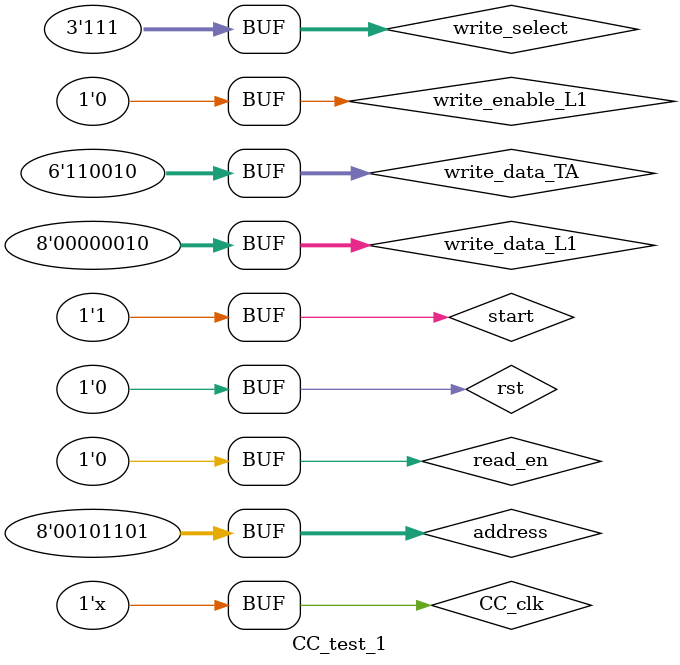
<source format=v>
`timescale 1ns / 1ps


module CC_test_1;

	// Inputs
	reg start;
	reg CC_clk;
	reg read_en;
	reg [7:0] address;
	reg [2:0] write_select;
	reg [7:0] write_data_L1;
	reg [5:0] write_data_TA;
	reg write_enable_L1;
	reg rst;

	// Outputs
	wire [7:0] read_data;
	wire hit;
	wire miss;

	// Instantiate the Unit Under Test (UUT)
	cache_controller uut (
		.read_data(read_data), 
		.hit(hit), 
		.miss(miss), 
		.start(start), 
		.CC_clk(CC_clk),
		.read_en(read_en), 
		.address(address), 
		.write_select(write_select), 
		.write_data_L1(write_data_L1), 
		.write_data_TA(write_data_TA), 
		.write_enable_L1(write_enable_L1),
		.rst(rst)
	);
always #1 CC_clk=~CC_clk;
	initial begin
		// Initialize Inputs
		start = 0;
		rst=1;
		CC_clk = 0;
		read_en = 0;
		address = 0;
		write_select = 0;
		write_data_L1 = 0;
		write_data_TA = 0;
		write_enable_L1 = 0;
		#10
		rst=0;
		#10
		write_enable_L1=1'd1;
		write_data_L1=8'd2;
		write_data_TA=6'd45;
		write_select=3'd0;
		#10
		write_data_TA=6'd36;
		write_select=3'd1;
		#10
		write_data_TA=6'd37;
		write_select=3'd2;
		#10
		write_data_TA=6'd40;
		write_select=3'd3;
		#10
		write_data_TA=6'd33;
		write_select=3'd4;
		#10
		write_data_TA=6'd45;
		write_select=3'd5;
		#10
		write_data_TA=6'd53;
		write_select=3'd6;
		#10
		write_data_TA=6'd50;
		write_select=3'd7;
		#10
		start=1;
		write_enable_L1=0;
		read_en = 1;
		address = 8'd104;
		#10
		address = 8'd45;
		#10
		read_en = 0;
		address = 8'd104;
		#10
		address = 8'd45;
		

		// Wait 100 ns for global reset to finish
		#100;
        
		// Add stimulus here

	end
      
endmodule


</source>
